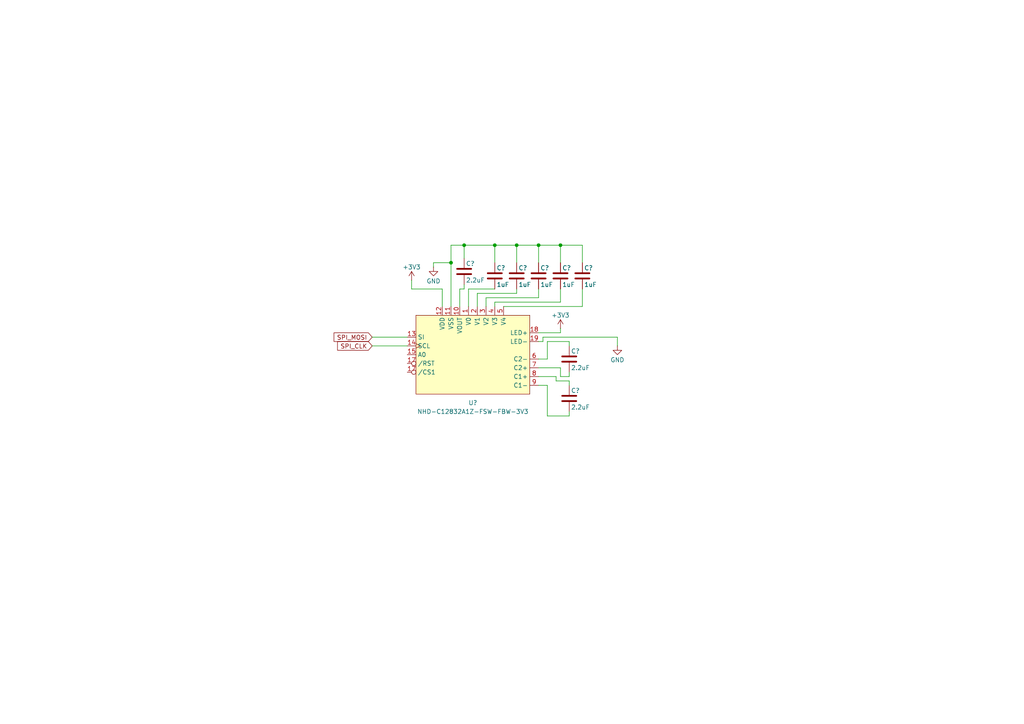
<source format=kicad_sch>
(kicad_sch (version 20231120) (generator "eeschema") (generator_version "8.0")
  (paper "A4")
  (lib_symbols
    (symbol "Device:C" (pin_numbers hide) (pin_names (offset 0.254))
      (property "Reference" "C" (at 0.635 2.54 0))
      (property "Value" "C" (at 0.635 -2.54 0))
      (symbol "C_0_1"
        (polyline (pts (xy -2.032 -0.762) (xy 2.032 -0.762)) (stroke (width 0.508)))
        (polyline (pts (xy -2.032 0.762) (xy 2.032 0.762)) (stroke (width 0.508)))
      )
      (symbol "C_1_1"
        (pin passive line (at 0 3.81 270) (length 2.794) (name "~") (number "1"))
        (pin passive line (at 0 -3.81 90) (length 2.794) (name "~") (number "2"))
      )
    )
    (symbol "LCD_Display_Module:NHD-C12832A1Z-FSW-FBW-3V3"
      (property "Reference" "U" (at 14.224 10.922 0))
      (property "Value" "NHD-C12832A1Z-FSW-FBW-3V3" (at -0.508 -27.178 0))
      (symbol "NHD-C12832A1Z-FSW-FBW-3V3_0_0"
        (pin power_in line (at -1.27 11.43 270) (length 2.54) (name "V0") (number "1"))
        (pin power_in line (at -3.81 11.43 270) (length 2.54) (name "VOUT") (number "10"))
        (pin power_in line (at -6.35 11.43 270) (length 2.54) (name "VSS") (number "11"))
        (pin power_in line (at -8.89 11.43 270) (length 2.54) (name "VDD") (number "12"))
        (pin input line (at -19.05 2.54 0) (length 2.54) (name "SI") (number "13"))
        (pin input clock (at -19.05 0 0) (length 2.54) (name "SCL") (number "14"))
        (pin input line (at -19.05 -2.54 0) (length 2.54) (name "A0") (number "15"))
        (pin input inverted (at -19.05 -7.62 0) (length 2.54) (name "/CS1") (number "17"))
        (pin input inverted (at -19.05 -5.08 0) (length 2.54) (name "/RST") (number "17"))
        (pin power_in line (at 19.05 3.81 180) (length 2.54) (name "LED+") (number "18"))
        (pin power_in line (at 19.05 1.27 180) (length 2.54) (name "LED-") (number "19"))
        (pin power_in line (at 1.27 11.43 270) (length 2.54) (name "V1") (number "2"))
        (pin power_in line (at 3.81 11.43 270) (length 2.54) (name "V2") (number "3"))
        (pin power_in line (at 6.35 11.43 270) (length 2.54) (name "V3") (number "4"))
        (pin power_in line (at 8.89 11.43 270) (length 2.54) (name "V4") (number "5"))
        (pin power_in line (at 19.05 -3.81 180) (length 2.54) (name "C2-") (number "6"))
        (pin power_in line (at 19.05 -6.35 180) (length 2.54) (name "C2+") (number "7"))
        (pin power_in line (at 19.05 -8.89 180) (length 2.54) (name "C1+") (number "8"))
        (pin power_in line (at 19.05 -11.43 180) (length 2.54) (name "C1-") (number "9"))
      )
      (symbol "NHD-C12832A1Z-FSW-FBW-3V3_1_1"
        (rectangle (start -16.51 8.89) (end 16.51 -13.97) (fill (type background)))
      )
    )
    (symbol "power:+3V3" (power) (pin_numbers hide) (pin_names (offset 0) hide)
      (property "Value" "+3V3" (at 0 3.556 0))
      (symbol "+3V3_0_1"
        (polyline (pts (xy -0.762 1.27) (xy 0 2.54)))
        (polyline (pts (xy 0 0) (xy 0 2.54)))
        (polyline (pts (xy 0 2.54) (xy 0.762 1.27)))
      )
      (symbol "+3V3_1_1"
        (pin power_in line (at 0 0 90) (length 0) (name "~") (number "1"))
      )
    )
    (symbol "power:GND" (power) (pin_numbers hide) (pin_names (offset 0) hide)
      (property "Value" "GND" (at 0 -3.81 0))
      (symbol "GND_0_1"
        (polyline (pts (xy 0 0) (xy 0 -1.27) (xy 1.27 -1.27) (xy 0 -2.54) (xy -1.27 -1.27) (xy 0 -1.27)))
      )
      (symbol "GND_1_1"
        (pin power_in line (at 0 0 270) (length 0) (name "~") (number "1"))
      )
    )
  )
  (junction (at 162.56 71.12))
  (junction (at 130.81 76.2))
  (junction (at 143.51 71.12))
  (junction (at 156.21 71.12))
  (junction (at 149.86 71.12))
  (junction (at 134.62 71.12))
  (wire (pts (xy 130.81 71.12) (xy 130.81 76.2)))
  (wire (pts (xy 125.73 76.2) (xy 130.81 76.2)))
  (wire (pts (xy 162.56 96.52) (xy 162.56 95.25)))
  (wire (pts (xy 162.56 76.2) (xy 162.56 71.12)))
  (wire (pts (xy 156.21 109.22) (xy 161.29 109.22)))
  (wire (pts (xy 107.95 97.79) (xy 118.11 97.79)))
  (wire (pts (xy 135.89 83.82) (xy 135.89 88.9)))
  (wire (pts (xy 168.91 88.9) (xy 146.05 88.9)))
  (wire (pts (xy 143.51 71.12) (xy 134.62 71.12)))
  (wire (pts (xy 134.62 71.12) (xy 130.81 71.12)))
  (wire (pts (xy 134.62 71.12) (xy 134.62 74.93)))
  (wire (pts (xy 133.35 83.82) (xy 133.35 88.9)))
  (wire (pts (xy 165.1 110.49) (xy 165.1 111.76)))
  (wire (pts (xy 156.21 96.52) (xy 162.56 96.52)))
  (wire (pts (xy 161.29 110.49) (xy 165.1 110.49)))
  (wire (pts (xy 165.1 119.38) (xy 165.1 120.65)))
  (wire (pts (xy 156.21 71.12) (xy 162.56 71.12)))
  (wire (pts (xy 158.75 99.06) (xy 158.75 104.14)))
  (wire (pts (xy 156.21 106.68) (xy 162.56 106.68)))
  (wire (pts (xy 140.97 86.36) (xy 140.97 88.9)))
  (wire (pts (xy 157.48 97.79) (xy 179.07 97.79)))
  (wire (pts (xy 130.81 76.2) (xy 130.81 88.9)))
  (wire (pts (xy 125.73 77.47) (xy 125.73 76.2)))
  (wire (pts (xy 168.91 76.2) (xy 168.91 71.12)))
  (wire (pts (xy 143.51 83.82) (xy 135.89 83.82)))
  (wire (pts (xy 149.86 85.09) (xy 138.43 85.09)))
  (wire (pts (xy 161.29 109.22) (xy 161.29 110.49)))
  (wire (pts (xy 156.21 104.14) (xy 158.75 104.14)))
  (wire (pts (xy 128.27 88.9) (xy 128.27 83.82)))
  (wire (pts (xy 165.1 99.06) (xy 158.75 99.06)))
  (wire (pts (xy 156.21 111.76) (xy 158.75 111.76)))
  (wire (pts (xy 162.56 87.63) (xy 143.51 87.63)))
  (wire (pts (xy 149.86 71.12) (xy 149.86 76.2)))
  (wire (pts (xy 162.56 109.22) (xy 165.1 109.22)))
  (wire (pts (xy 134.62 82.55) (xy 134.62 83.82)))
  (wire (pts (xy 162.56 83.82) (xy 162.56 87.63)))
  (wire (pts (xy 165.1 109.22) (xy 165.1 107.95)))
  (wire (pts (xy 158.75 120.65) (xy 165.1 120.65)))
  (wire (pts (xy 156.21 71.12) (xy 156.21 76.2)))
  (wire (pts (xy 156.21 99.06) (xy 157.48 99.06)))
  (wire (pts (xy 143.51 71.12) (xy 143.51 76.2)))
  (wire (pts (xy 149.86 83.82) (xy 149.86 85.09)))
  (wire (pts (xy 157.48 99.06) (xy 157.48 97.79)))
  (wire (pts (xy 165.1 100.33) (xy 165.1 99.06)))
  (wire (pts (xy 138.43 85.09) (xy 138.43 88.9)))
  (wire (pts (xy 149.86 71.12) (xy 143.51 71.12)))
  (wire (pts (xy 156.21 71.12) (xy 149.86 71.12)))
  (wire (pts (xy 128.27 83.82) (xy 119.38 83.82)))
  (wire (pts (xy 134.62 83.82) (xy 133.35 83.82)))
  (wire (pts (xy 118.11 100.33) (xy 107.95 100.33)))
  (wire (pts (xy 143.51 87.63) (xy 143.51 88.9)))
  (wire (pts (xy 156.21 83.82) (xy 156.21 86.36)))
  (wire (pts (xy 162.56 106.68) (xy 162.56 109.22)))
  (wire (pts (xy 158.75 111.76) (xy 158.75 120.65)))
  (wire (pts (xy 156.21 86.36) (xy 140.97 86.36)))
  (wire (pts (xy 162.56 71.12) (xy 168.91 71.12)))
  (wire (pts (xy 119.38 83.82) (xy 119.38 81.28)))
  (wire (pts (xy 179.07 97.79) (xy 179.07 100.33)))
  (wire (pts (xy 168.91 83.82) (xy 168.91 88.9)))
  (global_label "SPI_CLK" (shape input) (at 107.95 100.33 180) (property "Intersheetrefs" "${INTERSHEET_REFS}" (effects (hide yes))))
  (global_label "SPI_MOSI" (shape input) (at 107.95 97.79 180) (property "Intersheetrefs" "${INTERSHEET_REFS}" (effects (hide yes))))
  (symbol (lib_id "Device:C") (at 168.91 80.01 0) (unit 1)
    (property "Reference" "C?" (at 169.418 77.724 0) (effects (justify left)))
    (property "Value" "1uF" (at 169.418 82.55 0) (effects (justify left)))
    (property "Description" "Unpolarized capacitor" (effects (hide yes)))
  )
  (symbol (lib_id "power:GND") (at 179.07 100.33 0) (unit 1)
    (property "Reference" "#PWR047" (effects (hide yes)))
    (property "Value" "GND" (at 179.07 104.394 0))
    (property "Description" "Power symbol creates a global label with name \"GND\" , ground" (effects (hide yes)))
  )
  (symbol (lib_id "Device:C") (at 143.51 80.01 0) (unit 1)
    (property "Reference" "C?" (at 144.018 77.724 0) (effects (justify left)))
    (property "Value" "1uF" (at 144.018 82.55 0) (effects (justify left)))
    (property "Description" "Unpolarized capacitor" (effects (hide yes)))
  )
  (symbol (lib_id "Device:C") (at 156.21 80.01 0) (unit 1)
    (property "Reference" "C?" (at 156.718 77.724 0) (effects (justify left)))
    (property "Value" "1uF" (at 156.718 82.55 0) (effects (justify left)))
    (property "Description" "Unpolarized capacitor" (effects (hide yes)))
  )
  (symbol (lib_id "Device:C") (at 165.1 115.57 0) (unit 1)
    (property "Reference" "C?" (at 165.608 113.284 0) (effects (justify left)))
    (property "Value" "2.2uF" (at 165.608 118.11 0) (effects (justify left)))
    (property "Description" "Unpolarized capacitor" (effects (hide yes)))
  )
  (symbol (lib_id "LCD_Display_Module:NHD-C12832A1Z-FSW-FBW-3V3") (at 137.16 100.33 0) (unit 1)
    (property "Reference" "U?" (at 137.16 116.84 0))
    (property "Value" "NHD-C12832A1Z-FSW-FBW-3V3" (at 137.16 119.38 0))
    (property "Description" "Graphic LCD Display Module Transflective Black (White - Inverted) FSTN - Film Super-Twisted Nematic SPI 128 x 32" (effects (hide yes)))
  )
  (symbol (lib_id "power:+3V3") (at 119.38 81.28 0) (unit 1)
    (property "Reference" "#PWR044" (effects (hide yes)))
    (property "Value" "+3V3" (at 119.38 77.47 0))
    (property "Description" "Power symbol creates a global label with name \"+3V3\"" (effects (hide yes)))
  )
  (symbol (lib_id "power:+3V3") (at 162.56 95.25 0) (unit 1)
    (property "Reference" "#PWR046" (effects (hide yes)))
    (property "Value" "+3V3" (at 162.56 91.44 0))
    (property "Description" "Power symbol creates a global label with name \"+3V3\"" (effects (hide yes)))
  )
  (symbol (lib_id "Device:C") (at 149.86 80.01 0) (unit 1)
    (property "Reference" "C?" (at 150.368 77.724 0) (effects (justify left)))
    (property "Value" "1uF" (at 150.368 82.55 0) (effects (justify left)))
    (property "Description" "Unpolarized capacitor" (effects (hide yes)))
  )
  (symbol (lib_id "Device:C") (at 162.56 80.01 0) (unit 1)
    (property "Reference" "C?" (at 163.068 77.724 0) (effects (justify left)))
    (property "Value" "1uF" (at 163.068 82.55 0) (effects (justify left)))
    (property "Description" "Unpolarized capacitor" (effects (hide yes)))
  )
  (symbol (lib_id "Device:C") (at 165.1 104.14 0) (unit 1)
    (property "Reference" "C?" (at 165.608 101.854 0) (effects (justify left)))
    (property "Value" "2.2uF" (at 165.608 106.68 0) (effects (justify left)))
    (property "Description" "Unpolarized capacitor" (effects (hide yes)))
  )
  (symbol (lib_id "power:GND") (at 125.73 77.47 0) (unit 1)
    (property "Reference" "#PWR045" (effects (hide yes)))
    (property "Value" "GND" (at 125.73 81.534 0))
    (property "Description" "Power symbol creates a global label with name \"GND\" , ground" (effects (hide yes)))
  )
  (symbol (lib_id "Device:C") (at 134.62 78.74 0) (unit 1)
    (property "Reference" "C?" (at 135.128 76.454 0) (effects (justify left)))
    (property "Value" "2.2uF" (at 135.128 81.28 0) (effects (justify left)))
    (property "Description" "Unpolarized capacitor" (effects (hide yes)))
  )
)
</source>
